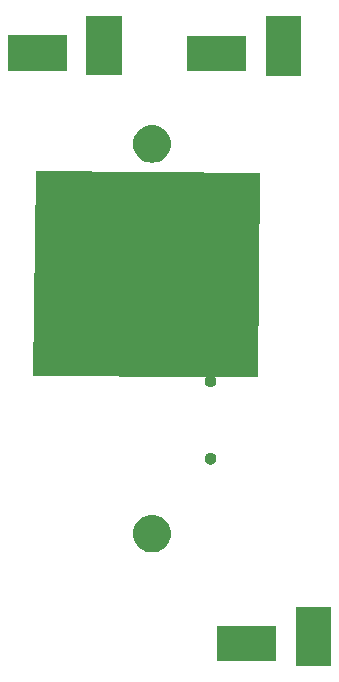
<source format=gbr>
G04 #@! TF.GenerationSoftware,KiCad,Pcbnew,8.0.7*
G04 #@! TF.CreationDate,2025-03-27T23:32:15-04:00*
G04 #@! TF.ProjectId,power_distribution_board,706f7765-725f-4646-9973-747269627574,1*
G04 #@! TF.SameCoordinates,Original*
G04 #@! TF.FileFunction,Soldermask,Bot*
G04 #@! TF.FilePolarity,Negative*
%FSLAX46Y46*%
G04 Gerber Fmt 4.6, Leading zero omitted, Abs format (unit mm)*
G04 Created by KiCad (PCBNEW 8.0.7) date 2025-03-27 23:32:15*
%MOMM*%
%LPD*%
G01*
G04 APERTURE LIST*
G04 APERTURE END LIST*
G36*
X56007500Y-57690000D02*
G01*
X53007500Y-57690000D01*
X53007500Y-52690000D01*
X56007500Y-52690000D01*
X56007500Y-57690000D01*
G37*
G36*
X51370000Y-57302500D02*
G01*
X46370000Y-57302500D01*
X46370000Y-54302500D01*
X51370000Y-54302500D01*
X51370000Y-57302500D01*
G37*
G36*
X41110295Y-44919699D02*
G01*
X41354427Y-44978310D01*
X41586385Y-45074390D01*
X41800456Y-45205573D01*
X41991371Y-45368629D01*
X42154427Y-45559544D01*
X42285610Y-45773615D01*
X42381690Y-46005573D01*
X42440301Y-46249705D01*
X42460000Y-46500000D01*
X42440301Y-46750295D01*
X42381690Y-46994427D01*
X42285610Y-47226385D01*
X42154427Y-47440456D01*
X41991371Y-47631371D01*
X41800456Y-47794427D01*
X41586385Y-47925610D01*
X41354427Y-48021690D01*
X41110295Y-48080301D01*
X40860000Y-48100000D01*
X40609705Y-48080301D01*
X40365573Y-48021690D01*
X40133615Y-47925610D01*
X39919544Y-47794427D01*
X39728629Y-47631371D01*
X39565573Y-47440456D01*
X39434390Y-47226385D01*
X39338310Y-46994427D01*
X39279699Y-46750295D01*
X39260000Y-46500000D01*
X39279699Y-46249705D01*
X39338310Y-46005573D01*
X39434390Y-45773615D01*
X39565573Y-45559544D01*
X39728629Y-45368629D01*
X39919544Y-45205573D01*
X40133615Y-45074390D01*
X40365573Y-44978310D01*
X40609705Y-44919699D01*
X40860000Y-44900000D01*
X41110295Y-44919699D01*
G37*
G36*
X45845493Y-39663110D02*
G01*
X45881442Y-39663110D01*
X45910663Y-39671690D01*
X45939813Y-39675528D01*
X45978966Y-39691745D01*
X46018538Y-39703365D01*
X46039425Y-39716788D01*
X46060778Y-39725633D01*
X46099904Y-39755656D01*
X46138740Y-39780614D01*
X46151259Y-39795062D01*
X46164659Y-39805344D01*
X46199395Y-39850613D01*
X46232309Y-39888598D01*
X46237848Y-39900726D01*
X46244365Y-39909220D01*
X46270095Y-39971339D01*
X46291665Y-40018570D01*
X46292731Y-40025987D01*
X46294471Y-40030187D01*
X46306805Y-40123869D01*
X46312000Y-40160000D01*
X46306805Y-40196130D01*
X46294471Y-40289813D01*
X46292731Y-40294012D01*
X46291665Y-40301430D01*
X46270096Y-40348658D01*
X46244366Y-40410778D01*
X46237848Y-40419271D01*
X46232309Y-40431402D01*
X46199387Y-40469395D01*
X46164657Y-40514657D01*
X46151260Y-40524936D01*
X46138740Y-40539386D01*
X46099898Y-40564348D01*
X46060778Y-40594366D01*
X46039429Y-40603208D01*
X46018538Y-40616635D01*
X45978957Y-40628256D01*
X45939813Y-40644471D01*
X45910669Y-40648307D01*
X45881442Y-40656890D01*
X45845486Y-40656890D01*
X45810000Y-40661562D01*
X45774514Y-40656890D01*
X45738558Y-40656890D01*
X45709330Y-40648308D01*
X45680186Y-40644471D01*
X45641038Y-40628255D01*
X45601462Y-40616635D01*
X45580571Y-40603209D01*
X45559221Y-40594366D01*
X45520095Y-40564344D01*
X45481260Y-40539386D01*
X45468741Y-40524938D01*
X45455342Y-40514657D01*
X45420604Y-40469385D01*
X45387691Y-40431402D01*
X45382152Y-40419274D01*
X45375633Y-40410778D01*
X45349892Y-40348634D01*
X45328335Y-40301430D01*
X45327269Y-40294016D01*
X45325528Y-40289813D01*
X45313183Y-40196047D01*
X45308000Y-40160000D01*
X45313183Y-40123952D01*
X45325528Y-40030187D01*
X45327269Y-40025983D01*
X45328335Y-40018570D01*
X45349893Y-39971363D01*
X45375634Y-39909220D01*
X45382153Y-39900723D01*
X45387691Y-39888598D01*
X45420598Y-39850621D01*
X45455342Y-39805342D01*
X45468743Y-39795058D01*
X45481260Y-39780614D01*
X45520088Y-39755660D01*
X45559220Y-39725634D01*
X45580573Y-39716788D01*
X45601462Y-39703365D01*
X45641034Y-39691745D01*
X45680187Y-39675528D01*
X45709336Y-39671690D01*
X45738558Y-39663110D01*
X45774507Y-39663110D01*
X45810000Y-39658437D01*
X45845493Y-39663110D01*
G37*
G36*
X49969931Y-15934930D02*
G01*
X49980579Y-15939427D01*
X49984890Y-15950039D01*
X49795110Y-33229949D01*
X49790520Y-33240697D01*
X49779993Y-33244973D01*
X46221080Y-33235598D01*
X46193021Y-33292306D01*
X46199397Y-33300616D01*
X46232309Y-33338598D01*
X46237847Y-33350726D01*
X46244365Y-33359220D01*
X46270095Y-33421339D01*
X46291665Y-33468570D01*
X46292731Y-33475987D01*
X46294471Y-33480187D01*
X46306805Y-33573869D01*
X46312000Y-33610000D01*
X46306805Y-33646130D01*
X46294471Y-33739813D01*
X46292731Y-33744012D01*
X46291665Y-33751430D01*
X46270096Y-33798658D01*
X46244366Y-33860778D01*
X46237848Y-33869271D01*
X46232309Y-33881402D01*
X46199387Y-33919395D01*
X46164657Y-33964657D01*
X46151260Y-33974936D01*
X46138740Y-33989386D01*
X46099898Y-34014348D01*
X46060778Y-34044366D01*
X46039429Y-34053208D01*
X46018538Y-34066635D01*
X45978957Y-34078256D01*
X45939813Y-34094471D01*
X45910669Y-34098307D01*
X45881442Y-34106890D01*
X45845486Y-34106890D01*
X45810000Y-34111562D01*
X45774514Y-34106890D01*
X45738558Y-34106890D01*
X45709330Y-34098308D01*
X45680186Y-34094471D01*
X45641038Y-34078255D01*
X45601462Y-34066635D01*
X45580571Y-34053209D01*
X45559221Y-34044366D01*
X45520095Y-34014344D01*
X45481260Y-33989386D01*
X45468741Y-33974938D01*
X45455342Y-33964657D01*
X45420604Y-33919385D01*
X45387691Y-33881402D01*
X45382152Y-33869274D01*
X45375633Y-33860778D01*
X45349892Y-33798634D01*
X45328335Y-33751430D01*
X45327269Y-33744016D01*
X45325528Y-33739813D01*
X45313183Y-33646047D01*
X45308000Y-33610000D01*
X45313183Y-33573952D01*
X45325528Y-33480187D01*
X45327269Y-33475983D01*
X45328335Y-33468570D01*
X45349893Y-33421363D01*
X45375634Y-33359220D01*
X45382153Y-33350723D01*
X45387691Y-33338598D01*
X45420595Y-33300624D01*
X45428707Y-33290053D01*
X45400880Y-33233437D01*
X30820090Y-33195026D01*
X30809421Y-33190574D01*
X30805118Y-33180107D01*
X31014877Y-15820045D01*
X31019462Y-15809345D01*
X31030069Y-15805068D01*
X49969931Y-15934930D01*
G37*
G36*
X41110295Y-11919699D02*
G01*
X41354427Y-11978310D01*
X41586385Y-12074390D01*
X41800456Y-12205573D01*
X41991371Y-12368629D01*
X42154427Y-12559544D01*
X42285610Y-12773615D01*
X42381690Y-13005573D01*
X42440301Y-13249705D01*
X42460000Y-13500000D01*
X42440301Y-13750295D01*
X42381690Y-13994427D01*
X42285610Y-14226385D01*
X42154427Y-14440456D01*
X41991371Y-14631371D01*
X41800456Y-14794427D01*
X41586385Y-14925610D01*
X41354427Y-15021690D01*
X41110295Y-15080301D01*
X40860000Y-15100000D01*
X40609705Y-15080301D01*
X40365573Y-15021690D01*
X40133615Y-14925610D01*
X39919544Y-14794427D01*
X39728629Y-14631371D01*
X39565573Y-14440456D01*
X39434390Y-14226385D01*
X39338310Y-13994427D01*
X39279699Y-13750295D01*
X39260000Y-13500000D01*
X39279699Y-13249705D01*
X39338310Y-13005573D01*
X39434390Y-12773615D01*
X39565573Y-12559544D01*
X39728629Y-12368629D01*
X39919544Y-12205573D01*
X40133615Y-12074390D01*
X40365573Y-11978310D01*
X40609705Y-11919699D01*
X40860000Y-11900000D01*
X41110295Y-11919699D01*
G37*
G36*
X53487500Y-7720000D02*
G01*
X50487500Y-7720000D01*
X50487500Y-2720000D01*
X53487500Y-2720000D01*
X53487500Y-7720000D01*
G37*
G36*
X38307500Y-7680000D02*
G01*
X35307500Y-7680000D01*
X35307500Y-2680000D01*
X38307500Y-2680000D01*
X38307500Y-7680000D01*
G37*
G36*
X48850000Y-7332500D02*
G01*
X43850000Y-7332500D01*
X43850000Y-4332500D01*
X48850000Y-4332500D01*
X48850000Y-7332500D01*
G37*
G36*
X33670000Y-7292500D02*
G01*
X28670000Y-7292500D01*
X28670000Y-4292500D01*
X33670000Y-4292500D01*
X33670000Y-7292500D01*
G37*
M02*

</source>
